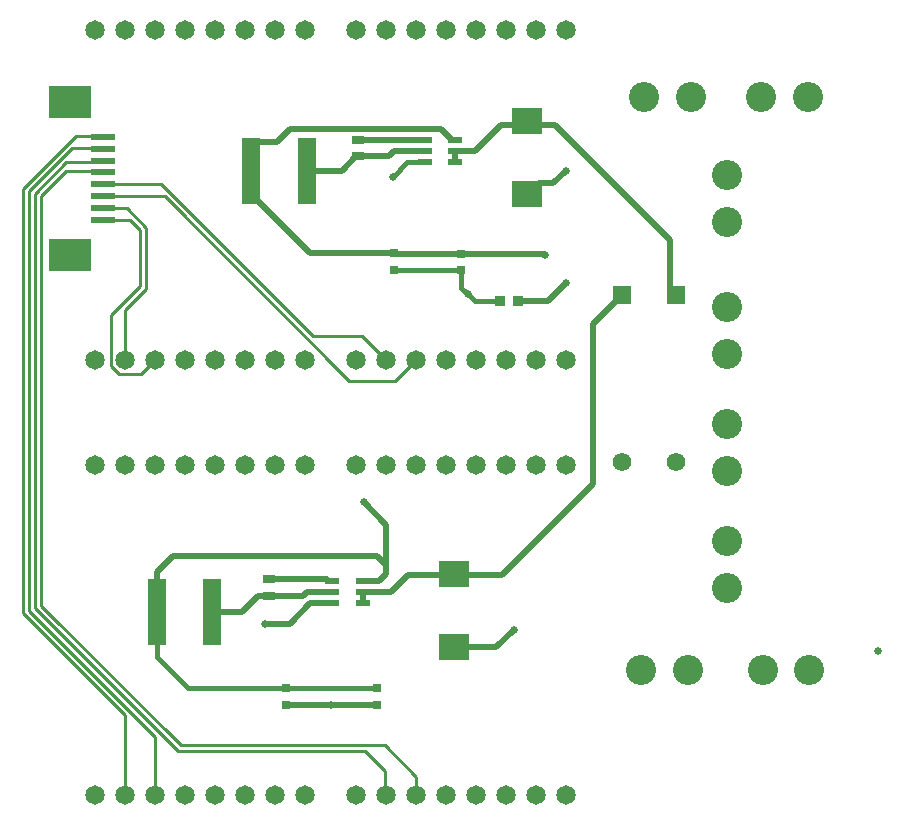
<source format=gbl>
G04*
G04 #@! TF.GenerationSoftware,Altium Limited,Altium Designer,22.9.1 (49)*
G04*
G04 Layer_Physical_Order=4*
G04 Layer_Color=16711680*
%FSLAX25Y25*%
%MOIN*%
G70*
G04*
G04 #@! TF.SameCoordinates,714AFEBF-1B90-43D1-B325-1FA160A26AE1*
G04*
G04*
G04 #@! TF.FilePolarity,Positive*
G04*
G01*
G75*
%ADD12C,0.01000*%
%ADD14R,0.03543X0.03740*%
%ADD24C,0.02000*%
%ADD26C,0.01500*%
%ADD27C,0.06496*%
%ADD28R,0.06201X0.06201*%
%ADD29C,0.06201*%
%ADD30C,0.10039*%
%ADD31C,0.02500*%
%ADD40R,0.09843X0.09055*%
%ADD41R,0.07874X0.02402*%
%ADD42R,0.14173X0.10551*%
%ADD43R,0.02756X0.02756*%
%ADD44R,0.04528X0.02362*%
%ADD45R,0.06299X0.22441*%
%ADD46R,0.03898X0.03071*%
D12*
X9500Y83500D02*
X56000Y37000D01*
X124000D02*
X134500Y26500D01*
X56000Y37000D02*
X124000D01*
X7500Y82672D02*
X55172Y35000D01*
X117500D02*
X124172Y28328D01*
X55172Y35000D02*
X117500D01*
X124172Y17798D02*
Y28328D01*
X134500Y20500D02*
Y26500D01*
X116357Y173500D02*
X124500Y165357D01*
X100000Y173500D02*
X116357D01*
X49500Y224000D02*
X100000Y173500D01*
X28289Y224000D02*
X49500D01*
X112172Y158500D02*
X127500D01*
X136460Y167460D01*
X50672Y220000D02*
X112172Y158500D01*
X3500Y81015D02*
Y222500D01*
X37500Y20500D02*
Y47015D01*
X3500Y81015D02*
X37500Y47015D01*
X21000Y240000D02*
X30024D01*
X19828Y236000D02*
X30024D01*
X32752Y180252D02*
X35500Y183000D01*
X32752Y163533D02*
Y180252D01*
X42500Y190012D02*
Y208672D01*
X35500Y183000D02*
Y183012D01*
X42500Y190012D01*
X30024Y212169D02*
X39002D01*
X42500Y208672D01*
X38000Y216000D02*
X44500Y209500D01*
X37500Y182183D02*
X44500Y189183D01*
Y209500D01*
X29772Y220000D02*
X50672D01*
X29984Y216000D02*
X38000D01*
X9500Y220015D02*
X17829Y228344D01*
X9500Y83500D02*
Y220015D01*
X17829Y228344D02*
X29195D01*
X17966Y231309D02*
X29218D01*
X7500Y82672D02*
Y220843D01*
X17966Y231309D01*
X5500Y221672D02*
X19828Y236000D01*
X5500Y81843D02*
Y221672D01*
X3500Y222500D02*
X21000Y240000D01*
X42752Y160752D02*
X47500Y165500D01*
X35533Y160752D02*
X42752D01*
X32752Y163533D02*
X35533Y160752D01*
X47500Y20500D02*
Y39843D01*
X5500Y81843D02*
X47500Y39843D01*
X37500Y165500D02*
Y182183D01*
X98000Y228500D02*
Y230594D01*
X100650Y233244D01*
X115000Y238756D02*
X115016Y238740D01*
D14*
X162350Y185000D02*
D03*
X168650D02*
D03*
D24*
X161295Y69795D02*
X167000Y75500D01*
X147000Y69795D02*
X161295D01*
X147000Y93724D02*
X163224D01*
X175421Y224323D02*
X180323D01*
X174098Y223000D02*
X175421Y224323D01*
X180323D02*
X184500Y228500D01*
X162724Y243724D02*
X165000D01*
X180776D01*
X219028Y205472D01*
X154000Y235000D02*
X162724Y243724D01*
X147618Y235000D02*
X154000D01*
X126199Y88000D02*
X131923Y93724D01*
X147000D01*
X163224D02*
X193500Y124000D01*
X116736Y88000D02*
X126199D01*
X219028Y188972D02*
Y205472D01*
Y188972D02*
X221000Y187000D01*
X193500Y124000D02*
Y177500D01*
X203000Y187000D01*
X147618Y231260D02*
Y235000D01*
X116736Y84260D02*
Y88000D01*
X79496Y228500D02*
Y235850D01*
Y220429D02*
Y228500D01*
Y220429D02*
X81646Y218280D01*
X81721D02*
X99000Y201000D01*
X127000D01*
X81646Y218280D02*
X81721D01*
X81646Y238000D02*
X88000D01*
X92500Y242500D02*
X142776D01*
X88000Y238000D02*
X92500Y242500D01*
X79496Y235850D02*
X81646Y238000D01*
X106250Y50488D02*
X121500D01*
X91000D02*
X106250D01*
X48049Y81553D02*
Y94549D01*
X53500Y100000D01*
X47996Y81500D02*
X48049Y81553D01*
X53500Y100000D02*
X121500D01*
X124500Y97000D01*
Y94000D02*
Y97000D01*
Y110500D01*
X117000Y118000D02*
X124500Y110500D01*
X84000Y77500D02*
X92488D01*
X99248Y84260D01*
X66500Y81500D02*
X76500D01*
X81744Y86744D01*
X99248Y84260D02*
X106500D01*
X81744Y86744D02*
X85500D01*
X96744D01*
X98000Y88000D01*
X106500D01*
X85500Y92256D02*
X104902D01*
X116736Y91740D02*
X122240D01*
X124500Y94000D01*
X127122Y200878D02*
X149378D01*
X98000Y228500D02*
X109843D01*
X168650Y185000D02*
X178350D01*
X184500Y191150D01*
X149628Y200628D02*
X177372D01*
X109843Y228500D02*
X114587Y233244D01*
X115000D02*
X125496D01*
X127252Y235000D01*
X137382D01*
X115016Y238740D02*
X137382D01*
X142776Y242500D02*
X146535Y238740D01*
D26*
X151750Y187250D02*
X154000Y185000D01*
X149500Y189500D02*
X151750Y187250D01*
X58500Y56000D02*
X91000D01*
X47996Y66504D02*
Y81500D01*
Y66504D02*
X58500Y56000D01*
X91000D02*
X121500D01*
X105417Y91740D02*
X106500D01*
X104902Y92256D02*
X105417Y91740D01*
X149500Y189500D02*
Y195244D01*
X149378Y195366D02*
X149500Y195244D01*
X127122Y195366D02*
X149378D01*
X127000Y195488D02*
X127122Y195366D01*
X149500Y200756D02*
X149628Y200628D01*
X149378Y200878D02*
X149500Y200756D01*
X127000Y201000D02*
X127122Y200878D01*
X126804Y226500D02*
X131564Y231260D01*
X154000Y185000D02*
X162350D01*
X177372Y200628D02*
X177500Y200500D01*
X131564Y231260D02*
X137382D01*
X114587Y233244D02*
X115000D01*
X146535Y238740D02*
X147618D01*
X148760D01*
D27*
X124500Y20500D02*
D03*
X184500Y130500D02*
D03*
X174500D02*
D03*
X164500D02*
D03*
X154500D02*
D03*
X144500D02*
D03*
X134500D02*
D03*
X124500D02*
D03*
X114500D02*
D03*
Y20500D02*
D03*
X184500D02*
D03*
X174500D02*
D03*
X164500D02*
D03*
X154500D02*
D03*
X144500D02*
D03*
X134500D02*
D03*
X124500Y165500D02*
D03*
X184500Y275500D02*
D03*
X174500D02*
D03*
X164500D02*
D03*
X154500D02*
D03*
X144500D02*
D03*
X134500D02*
D03*
X124500D02*
D03*
X114500D02*
D03*
Y165500D02*
D03*
X184500D02*
D03*
X174500D02*
D03*
X164500D02*
D03*
X154500D02*
D03*
X144500D02*
D03*
X134500D02*
D03*
X47500D02*
D03*
X57500D02*
D03*
X67500D02*
D03*
X77500D02*
D03*
X87500D02*
D03*
X97500D02*
D03*
X27500D02*
D03*
Y275500D02*
D03*
X37500D02*
D03*
X47500D02*
D03*
X57500D02*
D03*
X67500D02*
D03*
X77500D02*
D03*
X87500D02*
D03*
X97500D02*
D03*
X37500Y165500D02*
D03*
Y20500D02*
D03*
X97500Y130500D02*
D03*
X87500D02*
D03*
X77500D02*
D03*
X67500D02*
D03*
X57500D02*
D03*
X47500D02*
D03*
X37500D02*
D03*
X27500D02*
D03*
Y20500D02*
D03*
X97500D02*
D03*
X87500D02*
D03*
X77500D02*
D03*
X67500D02*
D03*
X57500D02*
D03*
X47500D02*
D03*
D28*
X203000Y187000D02*
D03*
X221000D02*
D03*
D29*
X203000Y131488D02*
D03*
X221000D02*
D03*
D30*
X238000Y227091D02*
D03*
Y211500D02*
D03*
Y144000D02*
D03*
Y128409D02*
D03*
X249500Y253000D02*
D03*
X265090D02*
D03*
X210409D02*
D03*
X226000D02*
D03*
X238000Y105000D02*
D03*
Y89410D02*
D03*
X209409Y62000D02*
D03*
X225000D02*
D03*
X250000D02*
D03*
X265591D02*
D03*
X238000Y167500D02*
D03*
Y183091D02*
D03*
D31*
X167000Y75500D02*
D03*
X184500Y228500D02*
D03*
X288500Y68500D02*
D03*
X106250Y50488D02*
D03*
X84000Y77500D02*
D03*
X117000Y118000D02*
D03*
X151750Y187250D02*
D03*
X184500Y191150D02*
D03*
X177500Y200500D02*
D03*
X126804Y226500D02*
D03*
D40*
X147000Y94205D02*
D03*
Y69795D02*
D03*
X171500Y245205D02*
D03*
Y220795D02*
D03*
D41*
X30024Y212169D02*
D03*
Y216106D02*
D03*
Y220043D02*
D03*
Y223980D02*
D03*
Y227917D02*
D03*
Y231854D02*
D03*
Y235791D02*
D03*
Y239728D02*
D03*
D42*
X19000Y200398D02*
D03*
Y251500D02*
D03*
D43*
X91000Y50488D02*
D03*
Y56000D02*
D03*
X121500Y50488D02*
D03*
Y56000D02*
D03*
X127000Y195488D02*
D03*
Y201000D02*
D03*
X149500Y195244D02*
D03*
Y200756D02*
D03*
D44*
X106500Y91740D02*
D03*
Y88000D02*
D03*
Y84260D02*
D03*
X116736D02*
D03*
Y88000D02*
D03*
Y91740D02*
D03*
X137382Y238740D02*
D03*
Y235000D02*
D03*
Y231260D02*
D03*
X147618D02*
D03*
Y235000D02*
D03*
Y238740D02*
D03*
D45*
X66500Y81500D02*
D03*
X47996D02*
D03*
X98000Y228500D02*
D03*
X79496D02*
D03*
D46*
X85500Y86744D02*
D03*
Y92256D02*
D03*
X115000Y233244D02*
D03*
Y238756D02*
D03*
M02*

</source>
